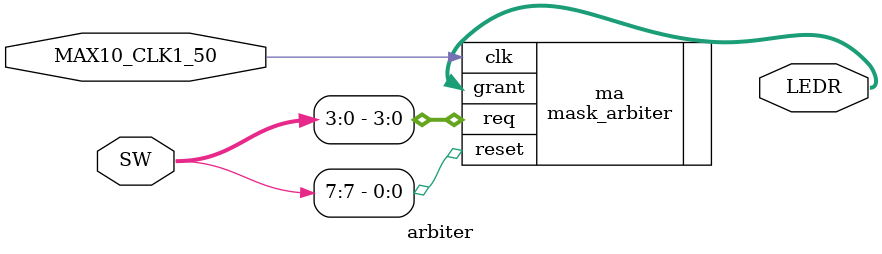
<source format=v>
module arbiter
(
	input MAX10_CLK1_50,

	input [9:0] SW,
	output [3:0] LEDR
);

	mask_arbiter ma (
		.clk ( MAX10_CLK1_50 ),
		.reset ( SW [7] ),
		.req ( SW [3:0] ),
		.grant ( LEDR [3:0] )
	);
	
endmodule 
</source>
